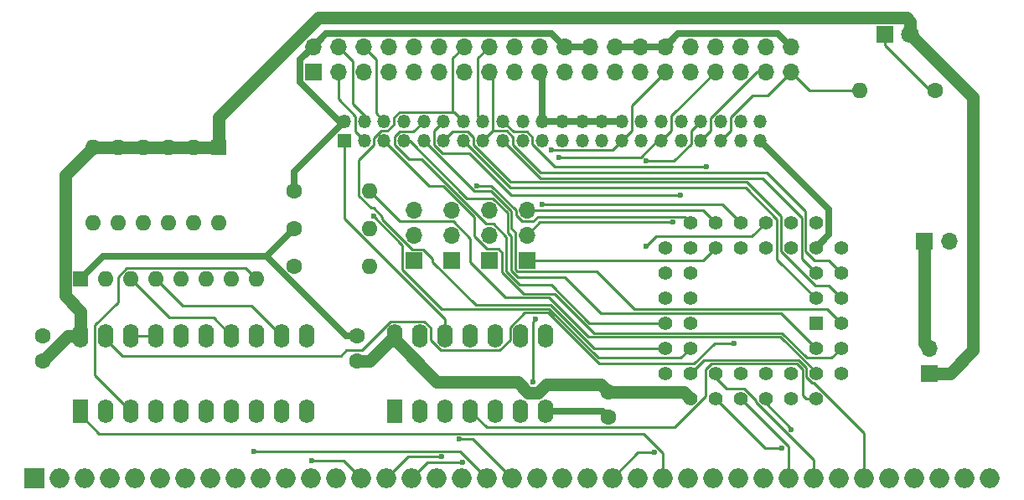
<source format=gbr>
%TF.GenerationSoftware,KiCad,Pcbnew,(6.0.6)*%
%TF.CreationDate,2022-07-25T23:07:27+01:00*%
%TF.ProjectId,rc2014-82c55-ide,72633230-3134-42d3-9832-6335352d6964,3-pre*%
%TF.SameCoordinates,Original*%
%TF.FileFunction,Copper,L1,Top*%
%TF.FilePolarity,Positive*%
%FSLAX46Y46*%
G04 Gerber Fmt 4.6, Leading zero omitted, Abs format (unit mm)*
G04 Created by KiCad (PCBNEW (6.0.6)) date 2022-07-25 23:07:27*
%MOMM*%
%LPD*%
G01*
G04 APERTURE LIST*
%TA.AperFunction,ComponentPad*%
%ADD10R,2.000000X2.000000*%
%TD*%
%TA.AperFunction,ComponentPad*%
%ADD11O,2.000000X2.000000*%
%TD*%
%TA.AperFunction,ComponentPad*%
%ADD12R,1.422400X1.422400*%
%TD*%
%TA.AperFunction,ComponentPad*%
%ADD13C,1.422400*%
%TD*%
%TA.AperFunction,ComponentPad*%
%ADD14C,1.600000*%
%TD*%
%TA.AperFunction,ComponentPad*%
%ADD15O,1.600000X1.600000*%
%TD*%
%TA.AperFunction,ComponentPad*%
%ADD16R,1.600000X2.400000*%
%TD*%
%TA.AperFunction,ComponentPad*%
%ADD17O,1.600000X2.400000*%
%TD*%
%TA.AperFunction,ComponentPad*%
%ADD18R,1.350000X1.350000*%
%TD*%
%TA.AperFunction,ComponentPad*%
%ADD19O,1.350000X1.350000*%
%TD*%
%TA.AperFunction,ComponentPad*%
%ADD20R,1.600000X1.600000*%
%TD*%
%TA.AperFunction,ComponentPad*%
%ADD21R,1.700000X1.700000*%
%TD*%
%TA.AperFunction,ComponentPad*%
%ADD22O,1.700000X1.700000*%
%TD*%
%TA.AperFunction,ComponentPad*%
%ADD23R,1.800000X1.800000*%
%TD*%
%TA.AperFunction,ComponentPad*%
%ADD24C,1.800000*%
%TD*%
%TA.AperFunction,ViaPad*%
%ADD25C,0.600000*%
%TD*%
%TA.AperFunction,Conductor*%
%ADD26C,1.270000*%
%TD*%
%TA.AperFunction,Conductor*%
%ADD27C,0.635000*%
%TD*%
%TA.AperFunction,Conductor*%
%ADD28C,0.254000*%
%TD*%
G04 APERTURE END LIST*
D10*
%TO.P,P1,1,Pin_1*%
%TO.N,unconnected-(P1-Pad1)*%
X62000000Y-163000000D03*
D11*
%TO.P,P1,2,Pin_2*%
%TO.N,unconnected-(P1-Pad2)*%
X64540000Y-163000000D03*
%TO.P,P1,3,Pin_3*%
%TO.N,unconnected-(P1-Pad3)*%
X67080000Y-163000000D03*
%TO.P,P1,4,Pin_4*%
%TO.N,unconnected-(P1-Pad4)*%
X69620000Y-163000000D03*
%TO.P,P1,5,Pin_5*%
%TO.N,unconnected-(P1-Pad5)*%
X72160000Y-163000000D03*
%TO.P,P1,6,Pin_6*%
%TO.N,unconnected-(P1-Pad6)*%
X74700000Y-163000000D03*
%TO.P,P1,7,Pin_7*%
%TO.N,unconnected-(P1-Pad7)*%
X77240000Y-163000000D03*
%TO.P,P1,8,Pin_8*%
%TO.N,unconnected-(P1-Pad8)*%
X79780000Y-163000000D03*
%TO.P,P1,9,Pin_9*%
%TO.N,/A7*%
X82320000Y-163000000D03*
%TO.P,P1,10,Pin_10*%
%TO.N,/A6*%
X84860000Y-163000000D03*
%TO.P,P1,11,Pin_11*%
%TO.N,/A5*%
X87400000Y-163000000D03*
%TO.P,P1,12,Pin_12*%
%TO.N,/A4*%
X89940000Y-163000000D03*
%TO.P,P1,13,Pin_13*%
%TO.N,/A3*%
X92480000Y-163000000D03*
%TO.P,P1,14,Pin_14*%
%TO.N,/A2*%
X95020000Y-163000000D03*
%TO.P,P1,15,Pin_15*%
%TO.N,/A1*%
X97560000Y-163000000D03*
%TO.P,P1,16,Pin_16*%
%TO.N,/A0*%
X100100000Y-163000000D03*
%TO.P,P1,17,Pin_17*%
%TO.N,GND*%
X102640000Y-163000000D03*
%TO.P,P1,18,Pin_18*%
%TO.N,VCC*%
X105180000Y-163000000D03*
%TO.P,P1,19,Pin_19*%
%TO.N,/~{M1}*%
X107720000Y-163000000D03*
%TO.P,P1,20,Pin_20*%
%TO.N,/~{RESET}*%
X110260000Y-163000000D03*
%TO.P,P1,21,Pin_21*%
%TO.N,unconnected-(P1-Pad21)*%
X112800000Y-163000000D03*
%TO.P,P1,22,Pin_22*%
%TO.N,unconnected-(P1-Pad22)*%
X115340000Y-163000000D03*
%TO.P,P1,23,Pin_23*%
%TO.N,unconnected-(P1-Pad23)*%
X117880000Y-163000000D03*
%TO.P,P1,24,Pin_24*%
%TO.N,/~{WR}*%
X120420000Y-163000000D03*
%TO.P,P1,25,Pin_25*%
%TO.N,/~{RD}*%
X122960000Y-163000000D03*
%TO.P,P1,26,Pin_26*%
%TO.N,/~{IORQ}*%
X125500000Y-163000000D03*
%TO.P,P1,27,Pin_27*%
%TO.N,/D0*%
X128040000Y-163000000D03*
%TO.P,P1,28,Pin_28*%
%TO.N,/D1*%
X130580000Y-163000000D03*
%TO.P,P1,29,Pin_29*%
%TO.N,/D2*%
X133120000Y-163000000D03*
%TO.P,P1,30,Pin_30*%
%TO.N,/D3*%
X135660000Y-163000000D03*
%TO.P,P1,31,Pin_31*%
%TO.N,/D4*%
X138200000Y-163000000D03*
%TO.P,P1,32,Pin_32*%
%TO.N,/D5*%
X140740000Y-163000000D03*
%TO.P,P1,33,Pin_33*%
%TO.N,/D6*%
X143280000Y-163000000D03*
%TO.P,P1,34,Pin_34*%
%TO.N,/D7*%
X145820000Y-163000000D03*
%TO.P,P1,35,Pin_35*%
%TO.N,unconnected-(P1-Pad35)*%
X148360000Y-163000000D03*
%TO.P,P1,36,Pin_36*%
%TO.N,unconnected-(P1-Pad36)*%
X150900000Y-163000000D03*
%TO.P,P1,37,Pin_37*%
%TO.N,unconnected-(P1-Pad37)*%
X153440000Y-163000000D03*
%TO.P,P1,38,Pin_38*%
%TO.N,unconnected-(P1-Pad38)*%
X155980000Y-163000000D03*
%TO.P,P1,39,Pin_39*%
%TO.N,unconnected-(P1-Pad39)*%
X158520000Y-163000000D03*
%TD*%
D12*
%TO.P,U1,1,NC*%
%TO.N,unconnected-(U1-Pad1)*%
X140970000Y-147320000D03*
D13*
%TO.P,U1,2,PA3*%
%TO.N,/PA3*%
X143510000Y-144780000D03*
%TO.P,U1,3,PA2*%
%TO.N,/PA2*%
X140970000Y-144780000D03*
%TO.P,U1,4,PA1*%
%TO.N,/PA1*%
X143510000Y-142240000D03*
%TO.P,U1,5,PA0*%
%TO.N,/PA0*%
X140970000Y-142240000D03*
%TO.P,U1,6,~{RD}*%
%TO.N,/~{RD}*%
X143510000Y-139700000D03*
%TO.P,U1,7,~{CS}*%
%TO.N,/~{PIO_CS}*%
X140970000Y-137160000D03*
%TO.P,U1,8,GND*%
%TO.N,GND*%
X140970000Y-139700000D03*
%TO.P,U1,9,A1*%
%TO.N,/A1*%
X138430000Y-137160000D03*
%TO.P,U1,10,A0*%
%TO.N,/A0*%
X138430000Y-139700000D03*
%TO.P,U1,11,PC7*%
%TO.N,/PC7*%
X135890000Y-137160000D03*
%TO.P,U1,12,NC*%
%TO.N,unconnected-(U1-Pad12)*%
X135890000Y-139700000D03*
%TO.P,U1,13,PC6*%
%TO.N,/PC6*%
X133350000Y-137160000D03*
%TO.P,U1,14,PC5*%
%TO.N,/PC5*%
X133350000Y-139700000D03*
%TO.P,U1,15,PC4*%
%TO.N,/PC4*%
X130810000Y-137160000D03*
%TO.P,U1,16,PC0*%
%TO.N,/PC0*%
X130810000Y-139700000D03*
%TO.P,U1,17,PC1*%
%TO.N,/PC1*%
X128270000Y-137160000D03*
%TO.P,U1,18,PC2*%
%TO.N,/DA2*%
X125730000Y-139700000D03*
%TO.P,U1,19,PC3*%
%TO.N,/PC3*%
X128270000Y-139700000D03*
%TO.P,U1,20,PB0*%
%TO.N,/PB0*%
X125730000Y-142240000D03*
%TO.P,U1,21,PB1*%
%TO.N,/PB1*%
X128270000Y-142240000D03*
%TO.P,U1,22,PB2*%
%TO.N,/PB2*%
X125730000Y-144780000D03*
%TO.P,U1,23,NC*%
%TO.N,unconnected-(U1-Pad23)*%
X128270000Y-144780000D03*
%TO.P,U1,24,PB3*%
%TO.N,/PB3*%
X125730000Y-147320000D03*
%TO.P,U1,25,PB4*%
%TO.N,/PB4*%
X128270000Y-147320000D03*
%TO.P,U1,26,PB5*%
%TO.N,/PB5*%
X125730000Y-149860000D03*
%TO.P,U1,27,PB6*%
%TO.N,/PB6*%
X128270000Y-149860000D03*
%TO.P,U1,28,PB7*%
%TO.N,/PB7*%
X125730000Y-152400000D03*
%TO.P,U1,29,VCC*%
%TO.N,VCC*%
X128270000Y-154940000D03*
%TO.P,U1,30,D7*%
%TO.N,/D7*%
X128270000Y-152400000D03*
%TO.P,U1,31,D6*%
%TO.N,/D6*%
X130810000Y-154940000D03*
%TO.P,U1,32,D5*%
%TO.N,/D5*%
X130810000Y-152400000D03*
%TO.P,U1,33,D4*%
%TO.N,/D4*%
X133350000Y-154940000D03*
%TO.P,U1,34,NC*%
%TO.N,unconnected-(U1-Pad34)*%
X133350000Y-152400000D03*
%TO.P,U1,35,D3*%
%TO.N,/D3*%
X135890000Y-154940000D03*
%TO.P,U1,36,D2*%
%TO.N,/D2*%
X135890000Y-152400000D03*
%TO.P,U1,37,D1*%
%TO.N,/D1*%
X138430000Y-154940000D03*
%TO.P,U1,38,D0*%
%TO.N,/D0*%
X138430000Y-152400000D03*
%TO.P,U1,39,RESET*%
%TO.N,/RESET*%
X140970000Y-154940000D03*
%TO.P,U1,40,~{WR}*%
%TO.N,/~{WR}*%
X143510000Y-152400000D03*
%TO.P,U1,41,PA7*%
%TO.N,/PA7*%
X140970000Y-152400000D03*
%TO.P,U1,42,PA6*%
%TO.N,/PA6*%
X143510000Y-149860000D03*
%TO.P,U1,43,PA5*%
%TO.N,/PA5*%
X140970000Y-149860000D03*
%TO.P,U1,44,PA4*%
%TO.N,/PA4*%
X143510000Y-147320000D03*
%TD*%
D14*
%TO.P,R1,1*%
%TO.N,Net-(D1-Pad1)*%
X153035000Y-123825000D03*
D15*
%TO.P,R1,2*%
%TO.N,/~{ACT}*%
X145415000Y-123825000D03*
%TD*%
D16*
%TO.P,U2,1,G*%
%TO.N,/~{IORQ}*%
X66675000Y-156210000D03*
D17*
%TO.P,U2,2,P0*%
%TO.N,/A7*%
X69215000Y-156210000D03*
%TO.P,U2,3,R0*%
%TO.N,Net-(RN1-Pad8)*%
X71755000Y-156210000D03*
%TO.P,U2,4,P1*%
%TO.N,/A6*%
X74295000Y-156210000D03*
%TO.P,U2,5,R1*%
%TO.N,Net-(RN1-Pad7)*%
X76835000Y-156210000D03*
%TO.P,U2,6,P2*%
%TO.N,/A5*%
X79375000Y-156210000D03*
%TO.P,U2,7,R2*%
%TO.N,Net-(RN1-Pad6)*%
X81915000Y-156210000D03*
%TO.P,U2,8,P3*%
%TO.N,/A4*%
X84455000Y-156210000D03*
%TO.P,U2,9,R3*%
%TO.N,Net-(RN1-Pad5)*%
X86995000Y-156210000D03*
%TO.P,U2,10,GND*%
%TO.N,GND*%
X89535000Y-156210000D03*
%TO.P,U2,11,P4*%
%TO.N,/A3*%
X89535000Y-148590000D03*
%TO.P,U2,12,R4*%
%TO.N,Net-(RN1-Pad4)*%
X86995000Y-148590000D03*
%TO.P,U2,13,P5*%
%TO.N,/A2*%
X84455000Y-148590000D03*
%TO.P,U2,14,R5*%
%TO.N,Net-(RN1-Pad3)*%
X81915000Y-148590000D03*
%TO.P,U2,15,P6*%
%TO.N,/~{M1}*%
X79375000Y-148590000D03*
%TO.P,U2,16,R6*%
%TO.N,VCC*%
X76835000Y-148590000D03*
%TO.P,U2,17,P7*%
%TO.N,Net-(RN1-Pad2)*%
X74295000Y-148590000D03*
%TO.P,U2,18,R7*%
X71755000Y-148590000D03*
%TO.P,U2,19,P=R*%
%TO.N,/~{PIO_CS}*%
X69215000Y-148590000D03*
%TO.P,U2,20,VCC*%
%TO.N,VCC*%
X66675000Y-148590000D03*
%TD*%
D16*
%TO.P,U3,1*%
%TO.N,/PC3*%
X98425000Y-156210000D03*
D17*
%TO.P,U3,2*%
%TO.N,/~{DCS0}*%
X100965000Y-156210000D03*
%TO.P,U3,3*%
%TO.N,/~{RESET}*%
X103505000Y-156210000D03*
%TO.P,U3,4*%
%TO.N,/RESET*%
X106045000Y-156210000D03*
%TO.P,U3,5*%
%TO.N,/PC5*%
X108585000Y-156210000D03*
%TO.P,U3,6*%
%TO.N,/~{DIOW}*%
X111125000Y-156210000D03*
%TO.P,U3,7,GND*%
%TO.N,GND*%
X113665000Y-156210000D03*
%TO.P,U3,8*%
%TO.N,/~{DCS1}*%
X113665000Y-148590000D03*
%TO.P,U3,9*%
%TO.N,/DCS1*%
X111125000Y-148590000D03*
%TO.P,U3,10*%
%TO.N,/~{DIOR}*%
X108585000Y-148590000D03*
%TO.P,U3,11*%
%TO.N,/DIOR*%
X106045000Y-148590000D03*
%TO.P,U3,12*%
%TO.N,/~{DRESET}*%
X103505000Y-148590000D03*
%TO.P,U3,13*%
%TO.N,/PC7*%
X100965000Y-148590000D03*
%TO.P,U3,14,VCC*%
%TO.N,VCC*%
X98425000Y-148590000D03*
%TD*%
D18*
%TO.P,J3,1,Pin_1*%
%TO.N,/~{DRESET}*%
X93345000Y-128905000D03*
D19*
%TO.P,J3,2,Pin_2*%
%TO.N,GND*%
X93345000Y-126905000D03*
%TO.P,J3,3,Pin_3*%
%TO.N,/PA7*%
X95345000Y-128905000D03*
%TO.P,J3,4,Pin_4*%
%TO.N,/PB0*%
X95345000Y-126905000D03*
%TO.P,J3,5,Pin_5*%
%TO.N,/PA6*%
X97345000Y-128905000D03*
%TO.P,J3,6,Pin_6*%
%TO.N,/PB1*%
X97345000Y-126905000D03*
%TO.P,J3,7,Pin_7*%
%TO.N,/PA5*%
X99345000Y-128905000D03*
%TO.P,J3,8,Pin_8*%
%TO.N,/PB2*%
X99345000Y-126905000D03*
%TO.P,J3,9,Pin_9*%
%TO.N,/PA4*%
X101345000Y-128905000D03*
%TO.P,J3,10,Pin_10*%
%TO.N,/PB3*%
X101345000Y-126905000D03*
%TO.P,J3,11,Pin_11*%
%TO.N,/PA3*%
X103345000Y-128905000D03*
%TO.P,J3,12,Pin_12*%
%TO.N,/PB4*%
X103345000Y-126905000D03*
%TO.P,J3,13,Pin_13*%
%TO.N,/PA2*%
X105345000Y-128905000D03*
%TO.P,J3,14,Pin_14*%
%TO.N,/PB5*%
X105345000Y-126905000D03*
%TO.P,J3,15,Pin_15*%
%TO.N,/PA1*%
X107345000Y-128905000D03*
%TO.P,J3,16,Pin_16*%
%TO.N,/PB6*%
X107345000Y-126905000D03*
%TO.P,J3,17,Pin_17*%
%TO.N,/PA0*%
X109345000Y-128905000D03*
%TO.P,J3,18,Pin_18*%
%TO.N,/PB7*%
X109345000Y-126905000D03*
%TO.P,J3,19,Pin_19*%
%TO.N,GND*%
X111345000Y-128905000D03*
%TO.P,J3,20,Pin_20*%
%TO.N,unconnected-(J3-Pad20)*%
X111345000Y-126905000D03*
%TO.P,J3,21,Pin_21*%
%TO.N,/DMARQ*%
X113345000Y-128905000D03*
%TO.P,J3,22,Pin_22*%
%TO.N,GND*%
X113345000Y-126905000D03*
%TO.P,J3,23,Pin_23*%
%TO.N,/~{DIOW}*%
X115345000Y-128905000D03*
%TO.P,J3,24,Pin_24*%
%TO.N,GND*%
X115345000Y-126905000D03*
%TO.P,J3,25,Pin_25*%
%TO.N,/~{DIOR}*%
X117345000Y-128905000D03*
%TO.P,J3,26,Pin_26*%
%TO.N,GND*%
X117345000Y-126905000D03*
%TO.P,J3,27,Pin_27*%
%TO.N,unconnected-(J3-Pad27)*%
X119345000Y-128905000D03*
%TO.P,J3,28,Pin_28*%
%TO.N,GND*%
X119345000Y-126905000D03*
%TO.P,J3,29,Pin_29*%
%TO.N,/DMACK*%
X121345000Y-128905000D03*
%TO.P,J3,30,Pin_30*%
%TO.N,GND*%
X121345000Y-126905000D03*
%TO.P,J3,31,Pin_31*%
%TO.N,unconnected-(J3-Pad31)*%
X123345000Y-128905000D03*
%TO.P,J3,32,Pin_32*%
%TO.N,unconnected-(J3-Pad32)*%
X123345000Y-126905000D03*
%TO.P,J3,33,Pin_33*%
%TO.N,/DA1*%
X125345000Y-128905000D03*
%TO.P,J3,34,Pin_34*%
%TO.N,unconnected-(J3-Pad34)*%
X125345000Y-126905000D03*
%TO.P,J3,35,Pin_35*%
%TO.N,/DA0*%
X127345000Y-128905000D03*
%TO.P,J3,36,Pin_36*%
%TO.N,/DA2*%
X127345000Y-126905000D03*
%TO.P,J3,37,Pin_37*%
%TO.N,/~{DCS0}*%
X129345000Y-128905000D03*
%TO.P,J3,38,Pin_38*%
%TO.N,/~{DCS1}*%
X129345000Y-126905000D03*
%TO.P,J3,39,Pin_39*%
%TO.N,/~{ACT}*%
X131345000Y-128905000D03*
%TO.P,J3,40,Pin_40*%
%TO.N,GND*%
X131345000Y-126905000D03*
%TO.P,J3,41,Pin_41*%
%TO.N,/IDE_VCC*%
X133345000Y-128905000D03*
%TO.P,J3,42,Pin_42*%
X133345000Y-126905000D03*
%TO.P,J3,43,Pin_43*%
%TO.N,GND*%
X135345000Y-128905000D03*
%TO.P,J3,44,Pin_44*%
X135345000Y-126905000D03*
%TD*%
D20*
%TO.P,SW1,1*%
%TO.N,VCC*%
X80645000Y-129540000D03*
D15*
%TO.P,SW1,2*%
X78105000Y-129540000D03*
%TO.P,SW1,3*%
X75565000Y-129540000D03*
%TO.P,SW1,4*%
X73025000Y-129540000D03*
%TO.P,SW1,5*%
X70485000Y-129540000D03*
%TO.P,SW1,6*%
X67945000Y-129540000D03*
%TO.P,SW1,7*%
%TO.N,Net-(RN1-Pad3)*%
X67945000Y-137160000D03*
%TO.P,SW1,8*%
%TO.N,Net-(RN1-Pad4)*%
X70485000Y-137160000D03*
%TO.P,SW1,9*%
%TO.N,Net-(RN1-Pad5)*%
X73025000Y-137160000D03*
%TO.P,SW1,10*%
%TO.N,Net-(RN1-Pad6)*%
X75565000Y-137160000D03*
%TO.P,SW1,11*%
%TO.N,Net-(RN1-Pad7)*%
X78105000Y-137160000D03*
%TO.P,SW1,12*%
%TO.N,Net-(RN1-Pad8)*%
X80645000Y-137160000D03*
%TD*%
D14*
%TO.P,C1,1*%
%TO.N,VCC*%
X62865000Y-151130000D03*
%TO.P,C1,2*%
%TO.N,GND*%
X62865000Y-148630000D03*
%TD*%
%TO.P,C2,1*%
%TO.N,VCC*%
X120015000Y-154305000D03*
%TO.P,C2,2*%
%TO.N,GND*%
X120015000Y-156805000D03*
%TD*%
%TO.P,C3,1*%
%TO.N,VCC*%
X94615000Y-151130000D03*
%TO.P,C3,2*%
%TO.N,GND*%
X94615000Y-148630000D03*
%TD*%
D21*
%TO.P,J2,1,Pin_1*%
%TO.N,/~{DRESET}*%
X90170000Y-121920000D03*
D22*
%TO.P,J2,2,Pin_2*%
%TO.N,GND*%
X90170000Y-119380000D03*
%TO.P,J2,3,Pin_3*%
%TO.N,/PA7*%
X92710000Y-121920000D03*
%TO.P,J2,4,Pin_4*%
%TO.N,/PB0*%
X92710000Y-119380000D03*
%TO.P,J2,5,Pin_5*%
%TO.N,/PA6*%
X95250000Y-121920000D03*
%TO.P,J2,6,Pin_6*%
%TO.N,/PB1*%
X95250000Y-119380000D03*
%TO.P,J2,7,Pin_7*%
%TO.N,/PA5*%
X97790000Y-121920000D03*
%TO.P,J2,8,Pin_8*%
%TO.N,/PB2*%
X97790000Y-119380000D03*
%TO.P,J2,9,Pin_9*%
%TO.N,/PA4*%
X100330000Y-121920000D03*
%TO.P,J2,10,Pin_10*%
%TO.N,/PB3*%
X100330000Y-119380000D03*
%TO.P,J2,11,Pin_11*%
%TO.N,/PA3*%
X102870000Y-121920000D03*
%TO.P,J2,12,Pin_12*%
%TO.N,/PB4*%
X102870000Y-119380000D03*
%TO.P,J2,13,Pin_13*%
%TO.N,/PA2*%
X105410000Y-121920000D03*
%TO.P,J2,14,Pin_14*%
%TO.N,/PB5*%
X105410000Y-119380000D03*
%TO.P,J2,15,Pin_15*%
%TO.N,/PA1*%
X107950000Y-121920000D03*
%TO.P,J2,16,Pin_16*%
%TO.N,/PB6*%
X107950000Y-119380000D03*
%TO.P,J2,17,Pin_17*%
%TO.N,/PA0*%
X110490000Y-121920000D03*
%TO.P,J2,18,Pin_18*%
%TO.N,/PB7*%
X110490000Y-119380000D03*
%TO.P,J2,19,Pin_19*%
%TO.N,GND*%
X113030000Y-121920000D03*
%TO.P,J2,20,Pin_20*%
%TO.N,unconnected-(J2-Pad20)*%
X113030000Y-119380000D03*
%TO.P,J2,21,Pin_21*%
%TO.N,/DMARQ*%
X115570000Y-121920000D03*
%TO.P,J2,22,Pin_22*%
%TO.N,GND*%
X115570000Y-119380000D03*
%TO.P,J2,23,Pin_23*%
%TO.N,/~{DIOW}*%
X118110000Y-121920000D03*
%TO.P,J2,24,Pin_24*%
%TO.N,GND*%
X118110000Y-119380000D03*
%TO.P,J2,25,Pin_25*%
%TO.N,/~{DIOR}*%
X120650000Y-121920000D03*
%TO.P,J2,26,Pin_26*%
%TO.N,GND*%
X120650000Y-119380000D03*
%TO.P,J2,27,Pin_27*%
%TO.N,unconnected-(J2-Pad27)*%
X123190000Y-121920000D03*
%TO.P,J2,28,Pin_28*%
%TO.N,GND*%
X123190000Y-119380000D03*
%TO.P,J2,29,Pin_29*%
%TO.N,/DMACK*%
X125730000Y-121920000D03*
%TO.P,J2,30,Pin_30*%
%TO.N,GND*%
X125730000Y-119380000D03*
%TO.P,J2,31,Pin_31*%
%TO.N,unconnected-(J2-Pad31)*%
X128270000Y-121920000D03*
%TO.P,J2,32,Pin_32*%
%TO.N,unconnected-(J2-Pad32)*%
X128270000Y-119380000D03*
%TO.P,J2,33,Pin_33*%
%TO.N,/DA1*%
X130810000Y-121920000D03*
%TO.P,J2,34,Pin_34*%
%TO.N,unconnected-(J2-Pad34)*%
X130810000Y-119380000D03*
%TO.P,J2,35,Pin_35*%
%TO.N,/DA0*%
X133350000Y-121920000D03*
%TO.P,J2,36,Pin_36*%
%TO.N,/DA2*%
X133350000Y-119380000D03*
%TO.P,J2,37,Pin_37*%
%TO.N,/~{DCS0}*%
X135890000Y-121920000D03*
%TO.P,J2,38,Pin_38*%
%TO.N,/~{DCS1}*%
X135890000Y-119380000D03*
%TO.P,J2,39,Pin_39*%
%TO.N,/~{ACT}*%
X138430000Y-121920000D03*
%TO.P,J2,40,Pin_40*%
%TO.N,GND*%
X138430000Y-119380000D03*
%TD*%
D21*
%TO.P,J1,1,Pin_1*%
%TO.N,/IDE_VCC*%
X151892000Y-139065000D03*
D22*
%TO.P,J1,2,Pin_2*%
%TO.N,GND*%
X154432000Y-139065000D03*
%TD*%
D21*
%TO.P,JP1,1,A*%
%TO.N,/PC0*%
X111760000Y-140970000D03*
D22*
%TO.P,JP1,2,C*%
%TO.N,/DA0*%
X111760000Y-138430000D03*
%TO.P,JP1,3,B*%
%TO.N,/PC4*%
X111760000Y-135890000D03*
%TD*%
D21*
%TO.P,JP2,1,A*%
%TO.N,/PC4*%
X107950000Y-140970000D03*
D22*
%TO.P,JP2,2,C*%
%TO.N,/DCS1*%
X107950000Y-138430000D03*
%TO.P,JP2,3,B*%
%TO.N,/PC0*%
X107950000Y-135890000D03*
%TD*%
D21*
%TO.P,JP3,1,A*%
%TO.N,/PC1*%
X104140000Y-140970000D03*
D22*
%TO.P,JP3,2,C*%
%TO.N,/DA1*%
X104140000Y-138430000D03*
%TO.P,JP3,3,B*%
%TO.N,/PC6*%
X104140000Y-135890000D03*
%TD*%
D21*
%TO.P,JP4,1,A*%
%TO.N,/PC6*%
X100330000Y-140970000D03*
D22*
%TO.P,JP4,2,C*%
%TO.N,/DIOR*%
X100330000Y-138430000D03*
%TO.P,JP4,3,B*%
%TO.N,/PC1*%
X100330000Y-135890000D03*
%TD*%
D20*
%TO.P,RN1,1,common*%
%TO.N,GND*%
X66675000Y-142875000D03*
D15*
%TO.P,RN1,2,R1*%
%TO.N,Net-(RN1-Pad2)*%
X69215000Y-142875000D03*
%TO.P,RN1,3,R2*%
%TO.N,Net-(RN1-Pad3)*%
X71755000Y-142875000D03*
%TO.P,RN1,4,R3*%
%TO.N,Net-(RN1-Pad4)*%
X74295000Y-142875000D03*
%TO.P,RN1,5,R4*%
%TO.N,Net-(RN1-Pad5)*%
X76835000Y-142875000D03*
%TO.P,RN1,6,R5*%
%TO.N,Net-(RN1-Pad6)*%
X79375000Y-142875000D03*
%TO.P,RN1,7,R6*%
%TO.N,Net-(RN1-Pad7)*%
X81915000Y-142875000D03*
%TO.P,RN1,8,R7*%
%TO.N,Net-(RN1-Pad8)*%
X84455000Y-142875000D03*
%TD*%
D14*
%TO.P,R2,1*%
%TO.N,GND*%
X88265000Y-133985000D03*
D15*
%TO.P,R2,2*%
%TO.N,/PA7*%
X95885000Y-133985000D03*
%TD*%
D14*
%TO.P,R3,1*%
%TO.N,GND*%
X88265000Y-137795000D03*
D15*
%TO.P,R3,2*%
%TO.N,/DMARQ*%
X95885000Y-137795000D03*
%TD*%
D14*
%TO.P,R4,1*%
%TO.N,VCC*%
X88265000Y-141605000D03*
D15*
%TO.P,R4,2*%
%TO.N,/DMACK*%
X95885000Y-141605000D03*
%TD*%
D23*
%TO.P,D1,1,K*%
%TO.N,Net-(D1-Pad1)*%
X147955000Y-118110000D03*
D24*
%TO.P,D1,2,A*%
%TO.N,VCC*%
X150495000Y-118110000D03*
%TD*%
D21*
%TO.P,J5,1,Pin_1*%
%TO.N,VCC*%
X152400000Y-152400000D03*
D22*
%TO.P,J5,2,Pin_2*%
%TO.N,/IDE_VCC*%
X152400000Y-149860000D03*
%TD*%
D25*
%TO.N,/D3*%
X138464300Y-158065000D03*
%TO.N,/D6*%
X137545800Y-159936400D03*
%TO.N,/A1*%
X103181100Y-160812000D03*
%TO.N,/A2*%
X90021700Y-161255300D03*
%TO.N,/A0*%
X105310195Y-161367895D03*
%TO.N,/PB4*%
X127311700Y-134412900D03*
%TO.N,/~{DIOW}*%
X112420200Y-153265097D03*
X112645457Y-146935457D03*
%TO.N,/PC7*%
X123798500Y-139572600D03*
%TO.N,/PB6*%
X96260500Y-136532400D03*
%TO.N,/PB7*%
X129919600Y-131499100D03*
%TO.N,/DA0*%
X126497900Y-137126700D03*
%TO.N,/DA1*%
X115021300Y-130555100D03*
%TO.N,/PC6*%
X113291900Y-135301800D03*
%TO.N,/PC1*%
X106674500Y-133435000D03*
%TO.N,/DMACK*%
X114271900Y-129851600D03*
%TO.N,/~{DCS1}*%
X123837800Y-130937400D03*
%TO.N,/~{RESET}*%
X104969600Y-159057100D03*
%TO.N,/~{WR}*%
X124703255Y-160411745D03*
%TO.N,/~{PIO_CS}*%
X132705500Y-149367600D03*
%TO.N,/~{M1}*%
X84231800Y-160257700D03*
%TD*%
D26*
%TO.N,VCC*%
X113752058Y-153505001D02*
X112929961Y-154327098D01*
X102677999Y-153242999D02*
X98425000Y-148990000D01*
X95885000Y-151130000D02*
X98425000Y-148590000D01*
X80645000Y-126519238D02*
X90716239Y-116447999D01*
X120015000Y-154305000D02*
X127635000Y-154305000D01*
X90716239Y-116447999D02*
X150105791Y-116447999D01*
X67945000Y-129540000D02*
X65112999Y-132372001D01*
X150105791Y-116447999D02*
X150495000Y-116837208D01*
X150495000Y-118110000D02*
X156845000Y-124460000D01*
X156845000Y-150075000D02*
X154520000Y-152400000D01*
X154520000Y-152400000D02*
X152400000Y-152400000D01*
X111910439Y-154327098D02*
X110826340Y-153242999D01*
X120015000Y-154305000D02*
X119215001Y-153505001D01*
X112929961Y-154327098D02*
X111910439Y-154327098D01*
X110826340Y-153242999D02*
X102677999Y-153242999D01*
X73025000Y-129540000D02*
X70485000Y-129540000D01*
X127635000Y-154305000D02*
X128270000Y-154940000D01*
X150495000Y-116837208D02*
X150495000Y-118110000D01*
X78105000Y-129540000D02*
X75565000Y-129540000D01*
X80645000Y-129540000D02*
X80645000Y-126519238D01*
X75565000Y-129540000D02*
X73025000Y-129540000D01*
X65112999Y-132372001D02*
X65112999Y-144557999D01*
X94615000Y-151130000D02*
X95885000Y-151130000D01*
X156845000Y-124460000D02*
X156845000Y-150075000D01*
X119215001Y-153505001D02*
X113752058Y-153505001D01*
X70485000Y-129540000D02*
X67945000Y-129540000D01*
X65112999Y-144557999D02*
X66675000Y-146120000D01*
X66675000Y-148590000D02*
X65405000Y-148590000D01*
X80645000Y-129540000D02*
X78105000Y-129540000D01*
X66675000Y-146120000D02*
X66675000Y-148590000D01*
X65405000Y-148590000D02*
X62865000Y-151130000D01*
D27*
%TO.N,GND*%
X90170000Y-119380000D02*
X91481900Y-118068100D01*
X135345000Y-128905000D02*
X142290800Y-135850800D01*
X142290800Y-138379200D02*
X140970000Y-139700000D01*
X123190000Y-119380000D02*
X125730000Y-119380000D01*
X113665000Y-156210000D02*
X119420000Y-156210000D01*
X88265000Y-131985000D02*
X93345000Y-126905000D01*
X88265000Y-133985000D02*
X88265000Y-131985000D01*
X85450600Y-140609400D02*
X93471200Y-148630000D01*
X91481900Y-118068100D02*
X114258100Y-118068100D01*
X117345000Y-126905000D02*
X119345000Y-126905000D01*
X115345000Y-126905000D02*
X117345000Y-126905000D01*
X115570000Y-119380000D02*
X118110000Y-119380000D01*
X68940600Y-140609400D02*
X66675000Y-142875000D01*
X88265000Y-137795000D02*
X85450600Y-140609400D01*
X142290800Y-135850800D02*
X142290800Y-138379200D01*
X127065000Y-118045000D02*
X137095000Y-118045000D01*
X120650000Y-119380000D02*
X123190000Y-119380000D01*
X85450600Y-140609400D02*
X68940600Y-140609400D01*
X113345000Y-126905000D02*
X115345000Y-126905000D01*
X119420000Y-156210000D02*
X120015000Y-156805000D01*
X88875100Y-122955000D02*
X92825100Y-126905000D01*
X121345000Y-126905000D02*
X119345000Y-126905000D01*
X90170000Y-119380000D02*
X88875100Y-120674900D01*
X113345000Y-122235000D02*
X113030000Y-121920000D01*
X92825100Y-126905000D02*
X93345000Y-126905000D01*
X114258100Y-118068100D02*
X115570000Y-119380000D01*
X88875100Y-120674900D02*
X88875100Y-122955000D01*
X93471200Y-148630000D02*
X94615000Y-148630000D01*
X125730000Y-119380000D02*
X127065000Y-118045000D01*
X113345000Y-126905000D02*
X113345000Y-122235000D01*
X137095000Y-118045000D02*
X138430000Y-119380000D01*
D28*
%TO.N,/D3*%
X138464300Y-157971500D02*
X138464300Y-158065000D01*
X135890000Y-155397200D02*
X138464300Y-157971500D01*
%TO.N,/D4*%
X133350000Y-154940000D02*
X138200000Y-159790000D01*
X138200000Y-159790000D02*
X138200000Y-163000000D01*
%TO.N,/D5*%
X130810000Y-152857200D02*
X131928089Y-153975289D01*
X134925289Y-155150981D02*
X134925289Y-155339597D01*
X140740000Y-161154308D02*
X140740000Y-163000000D01*
X133749597Y-153975289D02*
X134925289Y-155150981D01*
X134925289Y-155339597D02*
X140740000Y-161154308D01*
X131928089Y-153975289D02*
X133749597Y-153975289D01*
%TO.N,/D6*%
X135806400Y-159936400D02*
X137545800Y-159936400D01*
X130810000Y-154940000D02*
X135806400Y-159936400D01*
%TO.N,/D7*%
X145820000Y-158425692D02*
X140759019Y-153364711D01*
X129615222Y-151054778D02*
X128270000Y-152400000D01*
X140005289Y-151862376D02*
X139197691Y-151054778D01*
X140570403Y-153364711D02*
X140005289Y-152799597D01*
X139197691Y-151054778D02*
X129615222Y-151054778D01*
X140759019Y-153364711D02*
X140570403Y-153364711D01*
X140005289Y-152799597D02*
X140005289Y-151862376D01*
X145820000Y-163000000D02*
X145820000Y-158425692D01*
%TO.N,/A1*%
X97560000Y-163000000D02*
X99748000Y-160812000D01*
X99748000Y-160812000D02*
X103181100Y-160812000D01*
%TO.N,/~{DRESET}*%
X93345000Y-128905000D02*
X93345000Y-136776700D01*
X103505000Y-146936700D02*
X103505000Y-148590000D01*
X93345000Y-136776700D02*
X103505000Y-146936700D01*
%TO.N,/A2*%
X95020000Y-163000000D02*
X93275300Y-161255300D01*
X93275300Y-161255300D02*
X90021700Y-161255300D01*
%TO.N,/A0*%
X101732105Y-161367895D02*
X105310195Y-161367895D01*
X100100000Y-163000000D02*
X101732105Y-161367895D01*
%TO.N,/PA7*%
X92710000Y-124689800D02*
X92710000Y-121920000D01*
X109609800Y-144751800D02*
X106045000Y-141187000D01*
X94415600Y-126395400D02*
X92710000Y-124689800D01*
X106045000Y-141187000D02*
X106045000Y-138752800D01*
X137387249Y-148706200D02*
X117937690Y-148706200D01*
X140970000Y-152288951D02*
X137387249Y-148706200D01*
X106045000Y-138752800D02*
X104317300Y-137025100D01*
X113983290Y-144751800D02*
X109609800Y-144751800D01*
X117937690Y-148706200D02*
X113983290Y-144751800D01*
X95345000Y-128905000D02*
X94415600Y-127975600D01*
X94415600Y-127975600D02*
X94415600Y-126395400D01*
X104317300Y-137025100D02*
X98925100Y-137025100D01*
X98925100Y-137025100D02*
X95885000Y-133985000D01*
%TO.N,/PB0*%
X94145300Y-120815300D02*
X92710000Y-119380000D01*
X94145300Y-125166100D02*
X94145300Y-120815300D01*
X95345000Y-126365800D02*
X94145300Y-125166100D01*
%TO.N,/PA6*%
X108875400Y-139834900D02*
X109265300Y-140224800D01*
X101896300Y-133456300D02*
X103317600Y-133456300D01*
X114588648Y-144370500D02*
X118542948Y-148324800D01*
X103317600Y-133456300D02*
X106426400Y-136565100D01*
X106426400Y-138516400D02*
X107744900Y-139834900D01*
X109265300Y-142193600D02*
X111442200Y-144370500D01*
X140072500Y-150827400D02*
X142542600Y-150827400D01*
X107744900Y-139834900D02*
X108875400Y-139834900D01*
X109265300Y-140224800D02*
X109265300Y-142193600D01*
X97345000Y-128905000D02*
X101896300Y-133456300D01*
X111442200Y-144370500D02*
X114588648Y-144370500D01*
X137569900Y-148324800D02*
X140072500Y-150827400D01*
X142542600Y-150827400D02*
X143510000Y-149860000D01*
X118542948Y-148324800D02*
X137569900Y-148324800D01*
X106426400Y-136565100D02*
X106426400Y-138516400D01*
%TO.N,/PB1*%
X96520000Y-126080000D02*
X96520000Y-120650000D01*
X96520000Y-120650000D02*
X95250000Y-119380000D01*
X97345000Y-126905000D02*
X96520000Y-126080000D01*
%TO.N,/PA5*%
X109837100Y-136194800D02*
X109837100Y-138180500D01*
X109837100Y-138180500D02*
X110172300Y-138515700D01*
X115619100Y-142693300D02*
X119280600Y-146354800D01*
X99939900Y-128905000D02*
X105736200Y-134701300D01*
X110172300Y-142022300D02*
X110843300Y-142693300D01*
X105736200Y-134701300D02*
X108343600Y-134701300D01*
X108343600Y-134701300D02*
X109837100Y-136194800D01*
X99345000Y-128905000D02*
X99939900Y-128905000D01*
X119280600Y-146354800D02*
X137464800Y-146354800D01*
X110843300Y-142693300D02*
X115619100Y-142693300D01*
X110172300Y-138515700D02*
X110172300Y-142022300D01*
X137464800Y-146354800D02*
X140970000Y-149860000D01*
%TO.N,/PA4*%
X142087600Y-145897600D02*
X143510000Y-147320000D01*
X122627100Y-145897600D02*
X142087600Y-145897600D01*
X110599700Y-141910300D02*
X110763800Y-142074400D01*
X108182500Y-134000500D02*
X110218400Y-136036400D01*
X110218400Y-136036400D02*
X110218400Y-137753200D01*
X118803900Y-142074400D02*
X122627100Y-145897600D01*
X101345000Y-128905000D02*
X106440500Y-134000500D01*
X110763800Y-142074400D02*
X118803900Y-142074400D01*
X106440500Y-134000500D02*
X108182500Y-134000500D01*
X110218400Y-137753200D02*
X110599700Y-138134500D01*
X110599700Y-138134500D02*
X110599700Y-141910300D01*
%TO.N,/PB3*%
X118076978Y-147320000D02*
X125730000Y-147320000D01*
X107655900Y-137255300D02*
X108372800Y-137255300D01*
X101165600Y-130765000D02*
X107655900Y-137255300D01*
X98412500Y-129342600D02*
X99834900Y-130765000D01*
X109702400Y-142091500D02*
X111066800Y-143455900D01*
X101345000Y-126905000D02*
X100274400Y-127975600D01*
X109702400Y-138584900D02*
X109702400Y-142091500D01*
X100274400Y-127975600D02*
X98929900Y-127975600D01*
X98929900Y-127975600D02*
X98412500Y-128493000D01*
X114212878Y-143455900D02*
X118076978Y-147320000D01*
X108372800Y-137255300D02*
X109702400Y-138584900D01*
X111066800Y-143455900D02*
X114212878Y-143455900D01*
X98412500Y-128493000D02*
X98412500Y-129342600D01*
X99834900Y-130765000D02*
X101165600Y-130765000D01*
%TO.N,/PA3*%
X137438911Y-140073219D02*
X140875692Y-143510000D01*
X110130300Y-133050300D02*
X133994823Y-133050300D01*
X103345000Y-128905000D02*
X104274400Y-127975600D01*
X142240000Y-143510000D02*
X143510000Y-144780000D01*
X133994823Y-133050300D02*
X137438911Y-136494388D01*
X106345000Y-128560500D02*
X106345000Y-129265000D01*
X104274400Y-127975600D02*
X105760100Y-127975600D01*
X106345000Y-129265000D02*
X110130300Y-133050300D01*
X140875692Y-143510000D02*
X142240000Y-143510000D01*
X137438911Y-136494388D02*
X137438911Y-140073219D01*
X105760100Y-127975600D02*
X106345000Y-128560500D01*
%TO.N,/PB4*%
X110220400Y-134412900D02*
X105955500Y-130148000D01*
X102403600Y-127846400D02*
X103345000Y-126905000D01*
X103223900Y-130148000D02*
X102403600Y-129327700D01*
X127311700Y-134412900D02*
X110220400Y-134412900D01*
X105955500Y-130148000D02*
X103223900Y-130148000D01*
X102403600Y-129327700D02*
X102403600Y-127846400D01*
%TO.N,/~{DIOW}*%
X112420200Y-147160714D02*
X112645457Y-146935457D01*
X112420200Y-153265097D02*
X112420200Y-147160714D01*
%TO.N,Net-(RN1-Pad2)*%
X71755000Y-148590000D02*
X74295000Y-148590000D01*
%TO.N,/PC7*%
X134485100Y-138564900D02*
X124806200Y-138564900D01*
X135890000Y-137160000D02*
X134485100Y-138564900D01*
X124806200Y-138564900D02*
X123798500Y-139572600D01*
%TO.N,Net-(D1-Pad1)*%
X152516000Y-123825000D02*
X153035000Y-123825000D01*
X147955000Y-119264000D02*
X152516000Y-123825000D01*
X147955000Y-118110000D02*
X147955000Y-119264000D01*
%TO.N,/PA2*%
X133853500Y-133650300D02*
X137058400Y-136855200D01*
X137058400Y-136855200D02*
X137058400Y-140868400D01*
X105345000Y-128905000D02*
X110090300Y-133650300D01*
X110090300Y-133650300D02*
X133853500Y-133650300D01*
X137058400Y-140868400D02*
X140970000Y-144780000D01*
%TO.N,/PB5*%
X102235000Y-140815400D02*
X102235000Y-141130300D01*
X102235000Y-141130300D02*
X106597134Y-145492434D01*
X104252200Y-120537800D02*
X105410000Y-119380000D01*
X97677800Y-127905000D02*
X97024200Y-127905000D01*
X96010500Y-135676800D02*
X96284800Y-135676800D01*
X101285300Y-139865700D02*
X102235000Y-140815400D01*
X98900200Y-125968400D02*
X98321700Y-126546900D01*
X104252200Y-125968400D02*
X98900200Y-125968400D01*
X97024200Y-127905000D02*
X96274400Y-128654800D01*
X105345000Y-126905000D02*
X104408400Y-125968400D01*
X106597134Y-145492434D02*
X114185094Y-145492434D01*
X104252200Y-125968400D02*
X104252200Y-120537800D01*
X98321700Y-127261100D02*
X97677800Y-127905000D01*
X104408400Y-125968400D02*
X104252200Y-125968400D01*
X98321700Y-126546900D02*
X98321700Y-127261100D01*
X114185094Y-145492434D02*
X118552660Y-149860000D01*
X97160100Y-136857300D02*
X100168500Y-139865700D01*
X94798000Y-134464300D02*
X96010500Y-135676800D01*
X118552660Y-149860000D02*
X125730000Y-149860000D01*
X100168500Y-139865700D02*
X101285300Y-139865700D01*
X96284800Y-135676800D02*
X97160100Y-136552100D01*
X97160100Y-136552100D02*
X97160100Y-136857300D01*
X96274400Y-128654800D02*
X96274400Y-129321900D01*
X96274400Y-129321900D02*
X94798000Y-130798300D01*
X94798000Y-130798300D02*
X94798000Y-134464300D01*
%TO.N,/PA1*%
X140845500Y-140970000D02*
X142240000Y-140970000D01*
X142240000Y-140970000D02*
X143510000Y-142240000D01*
X108345000Y-122315000D02*
X107950000Y-121920000D01*
X107345000Y-128905000D02*
X108345000Y-127905000D01*
X108345000Y-127905000D02*
X108345000Y-122315000D01*
X136019368Y-132080000D02*
X139928120Y-135988752D01*
X109732500Y-127905000D02*
X110345000Y-128517500D01*
X139928120Y-140052620D02*
X140845500Y-140970000D01*
X139928120Y-135988752D02*
X139928120Y-140052620D01*
X113154400Y-132080000D02*
X136019368Y-132080000D01*
X110345000Y-128517500D02*
X110345000Y-129270600D01*
X108345000Y-127905000D02*
X109732500Y-127905000D01*
X110345000Y-129270600D02*
X113154400Y-132080000D01*
%TO.N,/PB6*%
X114027275Y-145873445D02*
X119005730Y-150851900D01*
X99182000Y-139453900D02*
X99182000Y-141889900D01*
X119005730Y-150851900D02*
X127278100Y-150851900D01*
X99182000Y-141889900D02*
X103165545Y-145873445D01*
X106835800Y-126395800D02*
X106835800Y-120494200D01*
X106835800Y-120494200D02*
X107950000Y-119380000D01*
X127278100Y-150851900D02*
X128270000Y-149860000D01*
X103165545Y-145873445D02*
X114027275Y-145873445D01*
X107345000Y-126905000D02*
X106835800Y-126395800D01*
X96260500Y-136532400D02*
X99182000Y-139453900D01*
%TO.N,/PA0*%
X135564500Y-132668900D02*
X139547600Y-136652000D01*
X139547600Y-140817600D02*
X140970000Y-142240000D01*
X109345000Y-128905000D02*
X113108900Y-132668900D01*
X139547600Y-136652000D02*
X139547600Y-140817600D01*
X113108900Y-132668900D02*
X135564500Y-132668900D01*
%TO.N,/PB7*%
X114609300Y-131499100D02*
X129919600Y-131499100D01*
X110409700Y-127969700D02*
X111754200Y-127969700D01*
X109345000Y-126905000D02*
X110409700Y-127969700D01*
X111754200Y-127969700D02*
X112292800Y-128508300D01*
X112292800Y-128508300D02*
X112292800Y-129182600D01*
X112292800Y-129182600D02*
X114609300Y-131499100D01*
%TO.N,/DA0*%
X111760000Y-138430000D02*
X113063300Y-137126700D01*
X113063300Y-137126700D02*
X126497900Y-137126700D01*
%TO.N,/DA1*%
X130810000Y-121920000D02*
X126345000Y-126385000D01*
X123283400Y-130555100D02*
X115021300Y-130555100D01*
X124933500Y-128905000D02*
X123283400Y-130555100D01*
X126345000Y-127905000D02*
X125345000Y-128905000D01*
X126345000Y-126385000D02*
X126345000Y-127905000D01*
%TO.N,/~{DCS0}*%
X129345000Y-128905000D02*
X130345000Y-127905000D01*
X130345000Y-127905000D02*
X130345000Y-126579800D01*
X130345000Y-126579800D02*
X135004800Y-121920000D01*
X135004800Y-121920000D02*
X135890000Y-121920000D01*
%TO.N,/RESET*%
X139964212Y-154940000D02*
X139624778Y-154600566D01*
X129845289Y-152000403D02*
X129845289Y-154729019D01*
X129845289Y-154729019D02*
X126700608Y-157873700D01*
X139624778Y-152019978D02*
X139040089Y-151435289D01*
X126700608Y-157873700D02*
X107708700Y-157873700D01*
X130410403Y-151435289D02*
X129845289Y-152000403D01*
X139624778Y-154600566D02*
X139624778Y-152019978D01*
X107708700Y-157873700D02*
X106045000Y-156210000D01*
X140970000Y-154940000D02*
X139964212Y-154940000D01*
X139040089Y-151435289D02*
X130410403Y-151435289D01*
%TO.N,/PC4*%
X111760000Y-135890000D02*
X129540000Y-135890000D01*
X129540000Y-135890000D02*
X130810000Y-137160000D01*
%TO.N,/PC6*%
X131491800Y-135301800D02*
X113291900Y-135301800D01*
X133350000Y-137160000D02*
X131491800Y-135301800D01*
%TO.N,Net-(RN1-Pad4)*%
X76952500Y-145532500D02*
X83937500Y-145532500D01*
X83937500Y-145532500D02*
X86995000Y-148590000D01*
X74295000Y-142875000D02*
X76952500Y-145532500D01*
%TO.N,Net-(RN1-Pad8)*%
X71350500Y-141781300D02*
X70485000Y-142646800D01*
X84455000Y-142875000D02*
X83361300Y-141781300D01*
X68131900Y-147545900D02*
X68131900Y-152586900D01*
X70485000Y-145192800D02*
X68131900Y-147545900D01*
X68131900Y-152586900D02*
X71755000Y-156210000D01*
X83361300Y-141781300D02*
X71350500Y-141781300D01*
X70485000Y-142646800D02*
X70485000Y-145192800D01*
D26*
%TO.N,/IDE_VCC*%
X151892000Y-139065000D02*
X151892000Y-149352000D01*
X151892000Y-149352000D02*
X152400000Y-149860000D01*
D28*
%TO.N,/PC0*%
X130810000Y-139700000D02*
X129540000Y-140970000D01*
X129540000Y-140970000D02*
X111760000Y-140970000D01*
%TO.N,/PC1*%
X110655600Y-136377800D02*
X110655600Y-135902800D01*
X128270000Y-137160000D02*
X127682300Y-136572300D01*
X127682300Y-136572300D02*
X112858900Y-136572300D01*
X112858900Y-136572300D02*
X112388100Y-137043100D01*
X110655600Y-135902800D02*
X108187800Y-133435000D01*
X112388100Y-137043100D02*
X111320900Y-137043100D01*
X108187800Y-133435000D02*
X106674500Y-133435000D01*
X111320900Y-137043100D02*
X110655600Y-136377800D01*
%TO.N,Net-(RN1-Pad3)*%
X80102700Y-146777700D02*
X81915000Y-148590000D01*
X75657700Y-146777700D02*
X80102700Y-146777700D01*
X71755000Y-142875000D02*
X75657700Y-146777700D01*
%TO.N,/DMACK*%
X121345000Y-128905000D02*
X120398400Y-129851600D01*
X125730000Y-121920000D02*
X122345000Y-125305000D01*
X122345000Y-127905000D02*
X121345000Y-128905000D01*
X120398400Y-129851600D02*
X114271900Y-129851600D01*
X122345000Y-125305000D02*
X122345000Y-127905000D01*
%TO.N,/~{DCS1}*%
X128345000Y-129231500D02*
X126639100Y-130937400D01*
X126639100Y-130937400D02*
X123837800Y-130937400D01*
X129345000Y-126905000D02*
X128345000Y-127905000D01*
X128345000Y-127905000D02*
X128345000Y-129231500D01*
%TO.N,/~{RESET}*%
X110260000Y-163000000D02*
X106317100Y-159057100D01*
X106317100Y-159057100D02*
X104969600Y-159057100D01*
%TO.N,/~{WR}*%
X123008255Y-160411745D02*
X124703255Y-160411745D01*
X120420000Y-163000000D02*
X123008255Y-160411745D01*
%TO.N,/~{IORQ}*%
X68561000Y-158496000D02*
X123571000Y-158496000D01*
X123571000Y-158496000D02*
X125500000Y-160425000D01*
X125500000Y-160425000D02*
X125500000Y-163000000D01*
X66675000Y-156610000D02*
X68561000Y-158496000D01*
%TO.N,/~{PIO_CS}*%
X70866000Y-150622000D02*
X92964000Y-150622000D01*
X110070990Y-147753415D02*
X111569955Y-146254450D01*
X119050289Y-151435289D02*
X128669597Y-151435289D01*
X109021585Y-150044010D02*
X110070990Y-148994605D01*
X92964000Y-150622000D02*
X93542000Y-150044000D01*
X95080405Y-150044000D02*
X97988415Y-147135990D01*
X130737286Y-149367600D02*
X132705500Y-149367600D01*
X111569955Y-146254450D02*
X113869450Y-146254450D01*
X102019010Y-148994605D02*
X103068415Y-150044010D01*
X113869450Y-146254450D02*
X119050289Y-151435289D01*
X103068415Y-150044010D02*
X109021585Y-150044010D01*
X110070990Y-148994605D02*
X110070990Y-147753415D01*
X97988415Y-147135990D02*
X101401585Y-147135990D01*
X70269000Y-150044000D02*
X70288000Y-150044000D01*
X128669597Y-151435289D02*
X130737286Y-149367600D01*
X102019010Y-147753415D02*
X102019010Y-148994605D01*
X70288000Y-150044000D02*
X70866000Y-150622000D01*
X101401585Y-147135990D02*
X102019010Y-147753415D01*
X93542000Y-150044000D02*
X95080405Y-150044000D01*
X69215000Y-148990000D02*
X70269000Y-150044000D01*
%TO.N,/~{M1}*%
X104983900Y-160257700D02*
X84231800Y-160257700D01*
X107720000Y-162993800D02*
X104983900Y-160257700D01*
%TO.N,/~{ACT}*%
X132345000Y-127905000D02*
X132345000Y-126517000D01*
X145415000Y-123825000D02*
X140335000Y-123825000D01*
X136074700Y-124275300D02*
X138430000Y-121920000D01*
X140335000Y-123825000D02*
X138430000Y-121920000D01*
X132345000Y-126517000D02*
X134586700Y-124275300D01*
X131345000Y-128905000D02*
X132345000Y-127905000D01*
X134586700Y-124275300D02*
X136074700Y-124275300D01*
%TD*%
M02*

</source>
